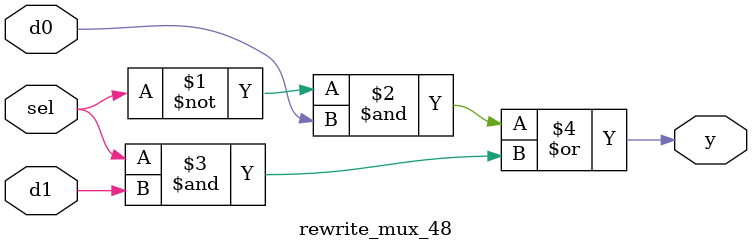
<source format=sv>
module rewrite_mux_48(input logic sel, d0, d1, output logic y);
  assign y = (~sel & d0) | (sel & d1);
endmodule

</source>
